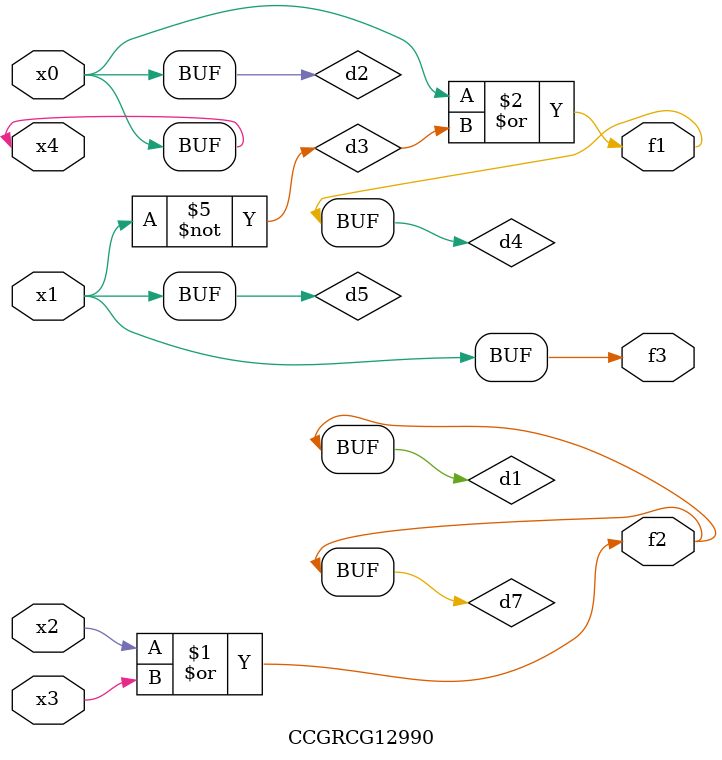
<source format=v>
module CCGRCG12990(
	input x0, x1, x2, x3, x4,
	output f1, f2, f3
);

	wire d1, d2, d3, d4, d5, d6, d7;

	or (d1, x2, x3);
	buf (d2, x0, x4);
	not (d3, x1);
	or (d4, d2, d3);
	not (d5, d3);
	nand (d6, d1, d3);
	or (d7, d1);
	assign f1 = d4;
	assign f2 = d7;
	assign f3 = d5;
endmodule

</source>
